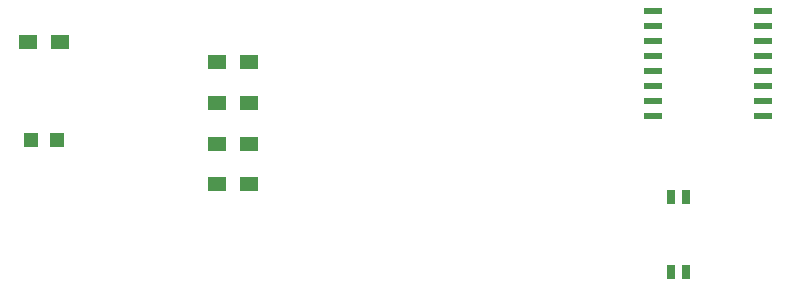
<source format=gbr>
G04 #@! TF.GenerationSoftware,KiCad,Pcbnew,(5.1.5)-3*
G04 #@! TF.CreationDate,2020-09-11T08:57:55+01:00*
G04 #@! TF.ProjectId,ESPControllerCircuit,45535043-6f6e-4747-926f-6c6c65724369,rev?*
G04 #@! TF.SameCoordinates,Original*
G04 #@! TF.FileFunction,Paste,Top*
G04 #@! TF.FilePolarity,Positive*
%FSLAX46Y46*%
G04 Gerber Fmt 4.6, Leading zero omitted, Abs format (unit mm)*
G04 Created by KiCad (PCBNEW (5.1.5)-3) date 2020-09-11 08:57:55*
%MOMM*%
%LPD*%
G04 APERTURE LIST*
%ADD10R,1.200000X1.200000*%
%ADD11R,1.500000X0.600000*%
%ADD12R,1.500000X1.300000*%
%ADD13R,0.800000X1.300000*%
G04 APERTURE END LIST*
D10*
X74900000Y-119500000D03*
X77100000Y-119500000D03*
D11*
X127600000Y-108555000D03*
X127600000Y-109825000D03*
X127600000Y-111095000D03*
X127600000Y-112365000D03*
X127600000Y-113635000D03*
X127600000Y-114905000D03*
X127600000Y-116175000D03*
X127600000Y-117445000D03*
X136900000Y-117445000D03*
X136900000Y-116175000D03*
X136900000Y-114905000D03*
X136900000Y-113635000D03*
X136900000Y-112365000D03*
X136900000Y-111095000D03*
X136900000Y-109825000D03*
X136900000Y-108555000D03*
D12*
X93350000Y-123250000D03*
X90650000Y-123250000D03*
X93350000Y-119812500D03*
X90650000Y-119812500D03*
D13*
X130390000Y-124350000D03*
X129110000Y-124350000D03*
X129110000Y-130650000D03*
X130390000Y-130650000D03*
D12*
X93350000Y-116375000D03*
X90650000Y-116375000D03*
X93350000Y-112937500D03*
X90650000Y-112937500D03*
X77350000Y-111250000D03*
X74650000Y-111250000D03*
M02*

</source>
